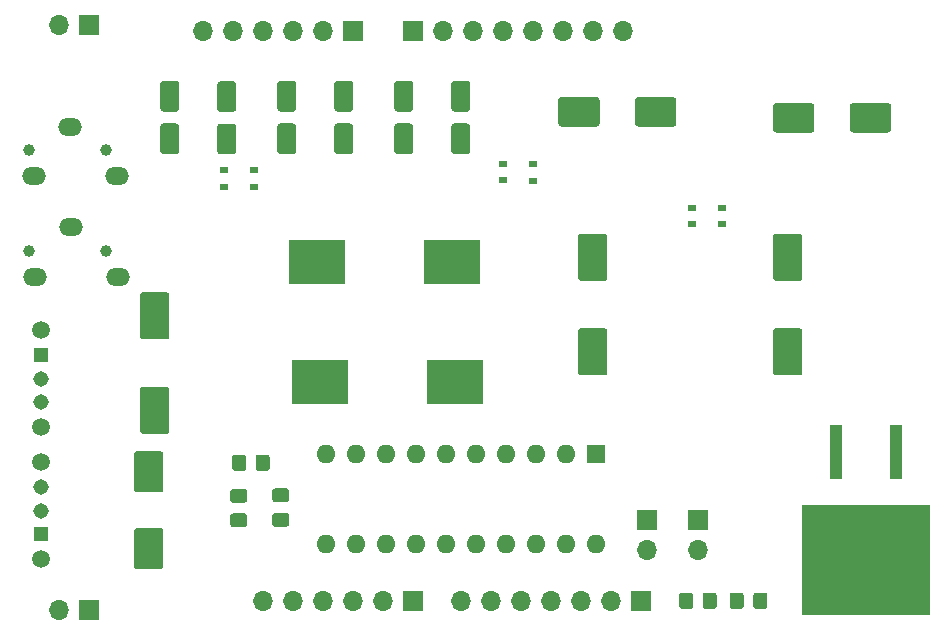
<source format=gbr>
%TF.GenerationSoftware,KiCad,Pcbnew,(5.1.7)-1*%
%TF.CreationDate,2020-12-20T22:11:26+02:00*%
%TF.ProjectId,SOUNDBOX,534f554e-4442-44f5-982e-6b696361645f,rev?*%
%TF.SameCoordinates,Original*%
%TF.FileFunction,Soldermask,Top*%
%TF.FilePolarity,Negative*%
%FSLAX46Y46*%
G04 Gerber Fmt 4.6, Leading zero omitted, Abs format (unit mm)*
G04 Created by KiCad (PCBNEW (5.1.7)-1) date 2020-12-20 22:11:26*
%MOMM*%
%LPD*%
G01*
G04 APERTURE LIST*
%ADD10R,1.100000X4.600000*%
%ADD11R,10.800000X9.400000*%
%ADD12R,4.800000X3.800000*%
%ADD13R,1.700000X1.700000*%
%ADD14O,1.700000X1.700000*%
%ADD15C,1.000000*%
%ADD16O,2.000000X1.500000*%
%ADD17R,1.308000X1.308000*%
%ADD18C,1.308000*%
%ADD19C,1.500000*%
%ADD20R,1.600000X1.600000*%
%ADD21O,1.600000X1.600000*%
%ADD22R,0.700000X0.600000*%
G04 APERTURE END LIST*
%TO.C,R50*%
G36*
G01*
X70482000Y-146107999D02*
X70482000Y-147008001D01*
G75*
G02*
X70232001Y-147258000I-249999J0D01*
G01*
X69531999Y-147258000D01*
G75*
G02*
X69282000Y-147008001I0J249999D01*
G01*
X69282000Y-146107999D01*
G75*
G02*
X69531999Y-145858000I249999J0D01*
G01*
X70232001Y-145858000D01*
G75*
G02*
X70482000Y-146107999I0J-249999D01*
G01*
G37*
G36*
G01*
X72482000Y-146107999D02*
X72482000Y-147008001D01*
G75*
G02*
X72232001Y-147258000I-249999J0D01*
G01*
X71531999Y-147258000D01*
G75*
G02*
X71282000Y-147008001I0J249999D01*
G01*
X71282000Y-146107999D01*
G75*
G02*
X71531999Y-145858000I249999J0D01*
G01*
X72232001Y-145858000D01*
G75*
G02*
X72482000Y-146107999I0J-249999D01*
G01*
G37*
%TD*%
%TO.C,C39*%
G36*
G01*
X63230000Y-149070000D02*
X61230000Y-149070000D01*
G75*
G02*
X60980000Y-148820000I0J250000D01*
G01*
X60980000Y-145820000D01*
G75*
G02*
X61230000Y-145570000I250000J0D01*
G01*
X63230000Y-145570000D01*
G75*
G02*
X63480000Y-145820000I0J-250000D01*
G01*
X63480000Y-148820000D01*
G75*
G02*
X63230000Y-149070000I-250000J0D01*
G01*
G37*
G36*
G01*
X63230000Y-155570000D02*
X61230000Y-155570000D01*
G75*
G02*
X60980000Y-155320000I0J250000D01*
G01*
X60980000Y-152320000D01*
G75*
G02*
X61230000Y-152070000I250000J0D01*
G01*
X63230000Y-152070000D01*
G75*
G02*
X63480000Y-152320000I0J-250000D01*
G01*
X63480000Y-155320000D01*
G75*
G02*
X63230000Y-155570000I-250000J0D01*
G01*
G37*
%TD*%
%TO.C,C40*%
G36*
G01*
X115090000Y-118348000D02*
X115090000Y-116348000D01*
G75*
G02*
X115340000Y-116098000I250000J0D01*
G01*
X118340000Y-116098000D01*
G75*
G02*
X118590000Y-116348000I0J-250000D01*
G01*
X118590000Y-118348000D01*
G75*
G02*
X118340000Y-118598000I-250000J0D01*
G01*
X115340000Y-118598000D01*
G75*
G02*
X115090000Y-118348000I0J250000D01*
G01*
G37*
G36*
G01*
X121590000Y-118348000D02*
X121590000Y-116348000D01*
G75*
G02*
X121840000Y-116098000I250000J0D01*
G01*
X124840000Y-116098000D01*
G75*
G02*
X125090000Y-116348000I0J-250000D01*
G01*
X125090000Y-118348000D01*
G75*
G02*
X124840000Y-118598000I-250000J0D01*
G01*
X121840000Y-118598000D01*
G75*
G02*
X121590000Y-118348000I0J250000D01*
G01*
G37*
%TD*%
D10*
%TO.C,U7*%
X125476000Y-145609000D03*
X120396000Y-145609000D03*
D11*
X122936000Y-154759000D03*
%TD*%
D12*
%TO.C,L2*%
X87884000Y-129540000D03*
X88138000Y-139700000D03*
%TD*%
%TO.C,C47*%
G36*
G01*
X100822000Y-139160000D02*
X98822000Y-139160000D01*
G75*
G02*
X98572000Y-138910000I0J250000D01*
G01*
X98572000Y-135410000D01*
G75*
G02*
X98822000Y-135160000I250000J0D01*
G01*
X100822000Y-135160000D01*
G75*
G02*
X101072000Y-135410000I0J-250000D01*
G01*
X101072000Y-138910000D01*
G75*
G02*
X100822000Y-139160000I-250000J0D01*
G01*
G37*
G36*
G01*
X100822000Y-131160000D02*
X98822000Y-131160000D01*
G75*
G02*
X98572000Y-130910000I0J250000D01*
G01*
X98572000Y-127410000D01*
G75*
G02*
X98822000Y-127160000I250000J0D01*
G01*
X100822000Y-127160000D01*
G75*
G02*
X101072000Y-127410000I0J-250000D01*
G01*
X101072000Y-130910000D01*
G75*
G02*
X100822000Y-131160000I-250000J0D01*
G01*
G37*
%TD*%
%TO.C,C28*%
G36*
G01*
X103406000Y-117840000D02*
X103406000Y-115840000D01*
G75*
G02*
X103656000Y-115590000I250000J0D01*
G01*
X106656000Y-115590000D01*
G75*
G02*
X106906000Y-115840000I0J-250000D01*
G01*
X106906000Y-117840000D01*
G75*
G02*
X106656000Y-118090000I-250000J0D01*
G01*
X103656000Y-118090000D01*
G75*
G02*
X103406000Y-117840000I0J250000D01*
G01*
G37*
G36*
G01*
X96906000Y-117840000D02*
X96906000Y-115840000D01*
G75*
G02*
X97156000Y-115590000I250000J0D01*
G01*
X100156000Y-115590000D01*
G75*
G02*
X100406000Y-115840000I0J-250000D01*
G01*
X100406000Y-117840000D01*
G75*
G02*
X100156000Y-118090000I-250000J0D01*
G01*
X97156000Y-118090000D01*
G75*
G02*
X96906000Y-117840000I0J250000D01*
G01*
G37*
%TD*%
%TO.C,C36*%
G36*
G01*
X63738000Y-136112000D02*
X61738000Y-136112000D01*
G75*
G02*
X61488000Y-135862000I0J250000D01*
G01*
X61488000Y-132362000D01*
G75*
G02*
X61738000Y-132112000I250000J0D01*
G01*
X63738000Y-132112000D01*
G75*
G02*
X63988000Y-132362000I0J-250000D01*
G01*
X63988000Y-135862000D01*
G75*
G02*
X63738000Y-136112000I-250000J0D01*
G01*
G37*
G36*
G01*
X63738000Y-144112000D02*
X61738000Y-144112000D01*
G75*
G02*
X61488000Y-143862000I0J250000D01*
G01*
X61488000Y-140362000D01*
G75*
G02*
X61738000Y-140112000I250000J0D01*
G01*
X63738000Y-140112000D01*
G75*
G02*
X63988000Y-140362000I0J-250000D01*
G01*
X63988000Y-143862000D01*
G75*
G02*
X63738000Y-144112000I-250000J0D01*
G01*
G37*
%TD*%
%TO.C,C38*%
G36*
G01*
X69375000Y-150839500D02*
X70325000Y-150839500D01*
G75*
G02*
X70575000Y-151089500I0J-250000D01*
G01*
X70575000Y-151764500D01*
G75*
G02*
X70325000Y-152014500I-250000J0D01*
G01*
X69375000Y-152014500D01*
G75*
G02*
X69125000Y-151764500I0J250000D01*
G01*
X69125000Y-151089500D01*
G75*
G02*
X69375000Y-150839500I250000J0D01*
G01*
G37*
G36*
G01*
X69375000Y-148764500D02*
X70325000Y-148764500D01*
G75*
G02*
X70575000Y-149014500I0J-250000D01*
G01*
X70575000Y-149689500D01*
G75*
G02*
X70325000Y-149939500I-250000J0D01*
G01*
X69375000Y-149939500D01*
G75*
G02*
X69125000Y-149689500I0J250000D01*
G01*
X69125000Y-149014500D01*
G75*
G02*
X69375000Y-148764500I250000J0D01*
G01*
G37*
%TD*%
%TO.C,C46*%
G36*
G01*
X73881000Y-149896500D02*
X72931000Y-149896500D01*
G75*
G02*
X72681000Y-149646500I0J250000D01*
G01*
X72681000Y-148971500D01*
G75*
G02*
X72931000Y-148721500I250000J0D01*
G01*
X73881000Y-148721500D01*
G75*
G02*
X74131000Y-148971500I0J-250000D01*
G01*
X74131000Y-149646500D01*
G75*
G02*
X73881000Y-149896500I-250000J0D01*
G01*
G37*
G36*
G01*
X73881000Y-151971500D02*
X72931000Y-151971500D01*
G75*
G02*
X72681000Y-151721500I0J250000D01*
G01*
X72681000Y-151046500D01*
G75*
G02*
X72931000Y-150796500I250000J0D01*
G01*
X73881000Y-150796500D01*
G75*
G02*
X74131000Y-151046500I0J-250000D01*
G01*
X74131000Y-151721500D01*
G75*
G02*
X73881000Y-151971500I-250000J0D01*
G01*
G37*
%TD*%
D13*
%TO.C,J1*%
X79502000Y-109982000D03*
D14*
X76962000Y-109982000D03*
X74422000Y-109982000D03*
X71882000Y-109982000D03*
X69342000Y-109982000D03*
X66802000Y-109982000D03*
%TD*%
D13*
%TO.C,J2*%
X84582000Y-109982000D03*
D14*
X87122000Y-109982000D03*
X89662000Y-109982000D03*
X92202000Y-109982000D03*
X94742000Y-109982000D03*
X97282000Y-109982000D03*
X99822000Y-109982000D03*
X102362000Y-109982000D03*
%TD*%
D13*
%TO.C,J3*%
X103886000Y-158242000D03*
D14*
X101346000Y-158242000D03*
X98806000Y-158242000D03*
X96266000Y-158242000D03*
X93726000Y-158242000D03*
X91186000Y-158242000D03*
X88646000Y-158242000D03*
%TD*%
%TO.C,J4*%
X71882000Y-158242000D03*
X74422000Y-158242000D03*
X76962000Y-158242000D03*
X79502000Y-158242000D03*
X82042000Y-158242000D03*
D13*
X84582000Y-158242000D03*
%TD*%
D15*
%TO.C,J5*%
X58636000Y-128608000D03*
D16*
X52616000Y-130798000D03*
D15*
X52126000Y-128608000D03*
D16*
X55626000Y-126608000D03*
X59606000Y-130798000D03*
%TD*%
D14*
%TO.C,LS1*%
X54610000Y-159004000D03*
D13*
X57150000Y-159004000D03*
%TD*%
%TO.C,LS2*%
X57150000Y-109474000D03*
D14*
X54610000Y-109474000D03*
%TD*%
D17*
%TO.C,S1*%
X53086000Y-137446000D03*
D18*
X53086000Y-139446000D03*
X53086000Y-141446000D03*
D19*
X53086000Y-135346000D03*
X53086000Y-143546000D03*
%TD*%
%TO.C,S2*%
X53086000Y-146522000D03*
X53086000Y-154722000D03*
D18*
X53086000Y-148622000D03*
X53086000Y-150622000D03*
D17*
X53086000Y-152622000D03*
%TD*%
D20*
%TO.C,U1*%
X100076000Y-145796000D03*
D21*
X77216000Y-153416000D03*
X97536000Y-145796000D03*
X79756000Y-153416000D03*
X94996000Y-145796000D03*
X82296000Y-153416000D03*
X92456000Y-145796000D03*
X84836000Y-153416000D03*
X89916000Y-145796000D03*
X87376000Y-153416000D03*
X87376000Y-145796000D03*
X89916000Y-153416000D03*
X84836000Y-145796000D03*
X92456000Y-153416000D03*
X82296000Y-145796000D03*
X94996000Y-153416000D03*
X79756000Y-145796000D03*
X97536000Y-153416000D03*
X77216000Y-145796000D03*
X100076000Y-153416000D03*
%TD*%
D12*
%TO.C,L1*%
X76454000Y-129540000D03*
X76708000Y-139700000D03*
%TD*%
%TO.C,C45*%
G36*
G01*
X115332000Y-127160000D02*
X117332000Y-127160000D01*
G75*
G02*
X117582000Y-127410000I0J-250000D01*
G01*
X117582000Y-130910000D01*
G75*
G02*
X117332000Y-131160000I-250000J0D01*
G01*
X115332000Y-131160000D01*
G75*
G02*
X115082000Y-130910000I0J250000D01*
G01*
X115082000Y-127410000D01*
G75*
G02*
X115332000Y-127160000I250000J0D01*
G01*
G37*
G36*
G01*
X115332000Y-135160000D02*
X117332000Y-135160000D01*
G75*
G02*
X117582000Y-135410000I0J-250000D01*
G01*
X117582000Y-138910000D01*
G75*
G02*
X117332000Y-139160000I-250000J0D01*
G01*
X115332000Y-139160000D01*
G75*
G02*
X115082000Y-138910000I0J250000D01*
G01*
X115082000Y-135410000D01*
G75*
G02*
X115332000Y-135160000I250000J0D01*
G01*
G37*
%TD*%
%TO.C,C48*%
G36*
G01*
X68284000Y-114248000D02*
X69384000Y-114248000D01*
G75*
G02*
X69634000Y-114498000I0J-250000D01*
G01*
X69634000Y-116598000D01*
G75*
G02*
X69384000Y-116848000I-250000J0D01*
G01*
X68284000Y-116848000D01*
G75*
G02*
X68034000Y-116598000I0J250000D01*
G01*
X68034000Y-114498000D01*
G75*
G02*
X68284000Y-114248000I250000J0D01*
G01*
G37*
G36*
G01*
X68284000Y-117848000D02*
X69384000Y-117848000D01*
G75*
G02*
X69634000Y-118098000I0J-250000D01*
G01*
X69634000Y-120198000D01*
G75*
G02*
X69384000Y-120448000I-250000J0D01*
G01*
X68284000Y-120448000D01*
G75*
G02*
X68034000Y-120198000I0J250000D01*
G01*
X68034000Y-118098000D01*
G75*
G02*
X68284000Y-117848000I250000J0D01*
G01*
G37*
%TD*%
%TO.C,C49*%
G36*
G01*
X88096000Y-114226000D02*
X89196000Y-114226000D01*
G75*
G02*
X89446000Y-114476000I0J-250000D01*
G01*
X89446000Y-116576000D01*
G75*
G02*
X89196000Y-116826000I-250000J0D01*
G01*
X88096000Y-116826000D01*
G75*
G02*
X87846000Y-116576000I0J250000D01*
G01*
X87846000Y-114476000D01*
G75*
G02*
X88096000Y-114226000I250000J0D01*
G01*
G37*
G36*
G01*
X88096000Y-117826000D02*
X89196000Y-117826000D01*
G75*
G02*
X89446000Y-118076000I0J-250000D01*
G01*
X89446000Y-120176000D01*
G75*
G02*
X89196000Y-120426000I-250000J0D01*
G01*
X88096000Y-120426000D01*
G75*
G02*
X87846000Y-120176000I0J250000D01*
G01*
X87846000Y-118076000D01*
G75*
G02*
X88096000Y-117826000I250000J0D01*
G01*
G37*
%TD*%
%TO.C,C50*%
G36*
G01*
X78190000Y-114226000D02*
X79290000Y-114226000D01*
G75*
G02*
X79540000Y-114476000I0J-250000D01*
G01*
X79540000Y-116576000D01*
G75*
G02*
X79290000Y-116826000I-250000J0D01*
G01*
X78190000Y-116826000D01*
G75*
G02*
X77940000Y-116576000I0J250000D01*
G01*
X77940000Y-114476000D01*
G75*
G02*
X78190000Y-114226000I250000J0D01*
G01*
G37*
G36*
G01*
X78190000Y-117826000D02*
X79290000Y-117826000D01*
G75*
G02*
X79540000Y-118076000I0J-250000D01*
G01*
X79540000Y-120176000D01*
G75*
G02*
X79290000Y-120426000I-250000J0D01*
G01*
X78190000Y-120426000D01*
G75*
G02*
X77940000Y-120176000I0J250000D01*
G01*
X77940000Y-118076000D01*
G75*
G02*
X78190000Y-117826000I250000J0D01*
G01*
G37*
%TD*%
%TO.C,C51*%
G36*
G01*
X73364000Y-117826000D02*
X74464000Y-117826000D01*
G75*
G02*
X74714000Y-118076000I0J-250000D01*
G01*
X74714000Y-120176000D01*
G75*
G02*
X74464000Y-120426000I-250000J0D01*
G01*
X73364000Y-120426000D01*
G75*
G02*
X73114000Y-120176000I0J250000D01*
G01*
X73114000Y-118076000D01*
G75*
G02*
X73364000Y-117826000I250000J0D01*
G01*
G37*
G36*
G01*
X73364000Y-114226000D02*
X74464000Y-114226000D01*
G75*
G02*
X74714000Y-114476000I0J-250000D01*
G01*
X74714000Y-116576000D01*
G75*
G02*
X74464000Y-116826000I-250000J0D01*
G01*
X73364000Y-116826000D01*
G75*
G02*
X73114000Y-116576000I0J250000D01*
G01*
X73114000Y-114476000D01*
G75*
G02*
X73364000Y-114226000I250000J0D01*
G01*
G37*
%TD*%
%TO.C,C52*%
G36*
G01*
X63458000Y-117826000D02*
X64558000Y-117826000D01*
G75*
G02*
X64808000Y-118076000I0J-250000D01*
G01*
X64808000Y-120176000D01*
G75*
G02*
X64558000Y-120426000I-250000J0D01*
G01*
X63458000Y-120426000D01*
G75*
G02*
X63208000Y-120176000I0J250000D01*
G01*
X63208000Y-118076000D01*
G75*
G02*
X63458000Y-117826000I250000J0D01*
G01*
G37*
G36*
G01*
X63458000Y-114226000D02*
X64558000Y-114226000D01*
G75*
G02*
X64808000Y-114476000I0J-250000D01*
G01*
X64808000Y-116576000D01*
G75*
G02*
X64558000Y-116826000I-250000J0D01*
G01*
X63458000Y-116826000D01*
G75*
G02*
X63208000Y-116576000I0J250000D01*
G01*
X63208000Y-114476000D01*
G75*
G02*
X63458000Y-114226000I250000J0D01*
G01*
G37*
%TD*%
%TO.C,C53*%
G36*
G01*
X83270000Y-117826000D02*
X84370000Y-117826000D01*
G75*
G02*
X84620000Y-118076000I0J-250000D01*
G01*
X84620000Y-120176000D01*
G75*
G02*
X84370000Y-120426000I-250000J0D01*
G01*
X83270000Y-120426000D01*
G75*
G02*
X83020000Y-120176000I0J250000D01*
G01*
X83020000Y-118076000D01*
G75*
G02*
X83270000Y-117826000I250000J0D01*
G01*
G37*
G36*
G01*
X83270000Y-114226000D02*
X84370000Y-114226000D01*
G75*
G02*
X84620000Y-114476000I0J-250000D01*
G01*
X84620000Y-116576000D01*
G75*
G02*
X84370000Y-116826000I-250000J0D01*
G01*
X83270000Y-116826000D01*
G75*
G02*
X83020000Y-116576000I0J250000D01*
G01*
X83020000Y-114476000D01*
G75*
G02*
X83270000Y-114226000I250000J0D01*
G01*
G37*
%TD*%
D14*
%TO.C,J7*%
X104394000Y-153924000D03*
D13*
X104394000Y-151384000D03*
%TD*%
%TO.C,J8*%
X108712000Y-151384000D03*
D14*
X108712000Y-153924000D03*
%TD*%
%TO.C,R62*%
G36*
G01*
X110328000Y-157791999D02*
X110328000Y-158692001D01*
G75*
G02*
X110078001Y-158942000I-249999J0D01*
G01*
X109377999Y-158942000D01*
G75*
G02*
X109128000Y-158692001I0J249999D01*
G01*
X109128000Y-157791999D01*
G75*
G02*
X109377999Y-157542000I249999J0D01*
G01*
X110078001Y-157542000D01*
G75*
G02*
X110328000Y-157791999I0J-249999D01*
G01*
G37*
G36*
G01*
X108328000Y-157791999D02*
X108328000Y-158692001D01*
G75*
G02*
X108078001Y-158942000I-249999J0D01*
G01*
X107377999Y-158942000D01*
G75*
G02*
X107128000Y-158692001I0J249999D01*
G01*
X107128000Y-157791999D01*
G75*
G02*
X107377999Y-157542000I249999J0D01*
G01*
X108078001Y-157542000D01*
G75*
G02*
X108328000Y-157791999I0J-249999D01*
G01*
G37*
%TD*%
%TO.C,R63*%
G36*
G01*
X113414000Y-158692001D02*
X113414000Y-157791999D01*
G75*
G02*
X113663999Y-157542000I249999J0D01*
G01*
X114364001Y-157542000D01*
G75*
G02*
X114614000Y-157791999I0J-249999D01*
G01*
X114614000Y-158692001D01*
G75*
G02*
X114364001Y-158942000I-249999J0D01*
G01*
X113663999Y-158942000D01*
G75*
G02*
X113414000Y-158692001I0J249999D01*
G01*
G37*
G36*
G01*
X111414000Y-158692001D02*
X111414000Y-157791999D01*
G75*
G02*
X111663999Y-157542000I249999J0D01*
G01*
X112364001Y-157542000D01*
G75*
G02*
X112614000Y-157791999I0J-249999D01*
G01*
X112614000Y-158692001D01*
G75*
G02*
X112364001Y-158942000I-249999J0D01*
G01*
X111663999Y-158942000D01*
G75*
G02*
X111414000Y-158692001I0J249999D01*
G01*
G37*
%TD*%
D16*
%TO.C,J6*%
X59550000Y-122300000D03*
X55570000Y-118110000D03*
D15*
X52070000Y-120110000D03*
D16*
X52560000Y-122300000D03*
D15*
X58580000Y-120110000D03*
%TD*%
D22*
%TO.C,D7*%
X108204000Y-126368000D03*
X108204000Y-124968000D03*
%TD*%
%TO.C,D8*%
X94742000Y-122682000D03*
X94742000Y-121282000D03*
%TD*%
%TO.C,D9*%
X71120000Y-123190000D03*
X71120000Y-121790000D03*
%TD*%
%TO.C,D10*%
X110744000Y-124968000D03*
X110744000Y-126368000D03*
%TD*%
%TO.C,D11*%
X92202000Y-122620000D03*
X92202000Y-121220000D03*
%TD*%
%TO.C,D12*%
X68580000Y-123190000D03*
X68580000Y-121790000D03*
%TD*%
M02*

</source>
